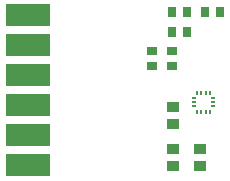
<source format=gtp>
G04 Layer_Color=7318015*
%FSLAX25Y25*%
%MOIN*%
G70*
G01*
G75*
%ADD10R,0.15000X0.07600*%
%ADD11R,0.03150X0.03740*%
%ADD12R,0.03740X0.03150*%
%ADD13R,0.04134X0.03740*%
%ADD14O,0.01378X0.00787*%
%ADD15O,0.00787X0.01378*%
D10*
X112500Y435000D02*
D03*
Y445000D02*
D03*
Y485000D02*
D03*
Y475000D02*
D03*
Y465000D02*
D03*
Y455000D02*
D03*
D11*
X165559Y479500D02*
D03*
X160441D02*
D03*
X165559Y486000D02*
D03*
X160441D02*
D03*
X176559D02*
D03*
X171441D02*
D03*
D12*
X160500Y467941D02*
D03*
Y473059D02*
D03*
X154000Y467941D02*
D03*
Y473059D02*
D03*
D13*
X161000Y454354D02*
D03*
Y448646D02*
D03*
X170000Y440354D02*
D03*
Y434646D02*
D03*
X161000Y440354D02*
D03*
Y434646D02*
D03*
D14*
X174150Y457378D02*
D03*
Y456000D02*
D03*
Y454622D02*
D03*
X167850D02*
D03*
Y456000D02*
D03*
Y457378D02*
D03*
D15*
X173067Y452850D02*
D03*
X171689D02*
D03*
X170311D02*
D03*
X168933D02*
D03*
Y459150D02*
D03*
X170311D02*
D03*
X171689D02*
D03*
X173067D02*
D03*
M02*

</source>
